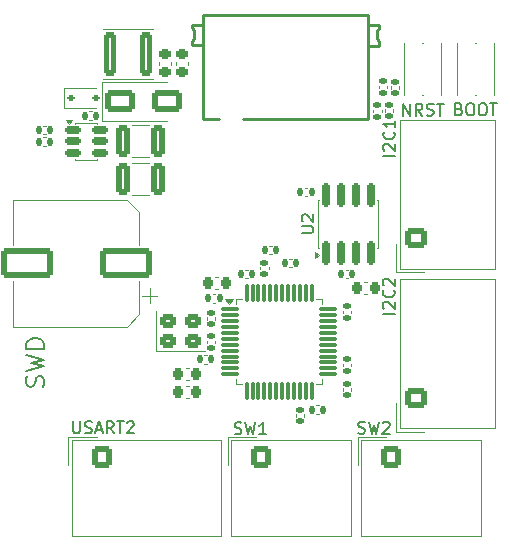
<source format=gbr>
%TF.GenerationSoftware,KiCad,Pcbnew,9.0.5*%
%TF.CreationDate,2025-10-28T15:08:01+09:00*%
%TF.ProjectId,mr2_arm_hw,6d72325f-6172-46d5-9f68-772e6b696361,rev?*%
%TF.SameCoordinates,Original*%
%TF.FileFunction,Legend,Top*%
%TF.FilePolarity,Positive*%
%FSLAX46Y46*%
G04 Gerber Fmt 4.6, Leading zero omitted, Abs format (unit mm)*
G04 Created by KiCad (PCBNEW 9.0.5) date 2025-10-28 15:08:01*
%MOMM*%
%LPD*%
G01*
G04 APERTURE LIST*
G04 Aperture macros list*
%AMRoundRect*
0 Rectangle with rounded corners*
0 $1 Rounding radius*
0 $2 $3 $4 $5 $6 $7 $8 $9 X,Y pos of 4 corners*
0 Add a 4 corners polygon primitive as box body*
4,1,4,$2,$3,$4,$5,$6,$7,$8,$9,$2,$3,0*
0 Add four circle primitives for the rounded corners*
1,1,$1+$1,$2,$3*
1,1,$1+$1,$4,$5*
1,1,$1+$1,$6,$7*
1,1,$1+$1,$8,$9*
0 Add four rect primitives between the rounded corners*
20,1,$1+$1,$2,$3,$4,$5,0*
20,1,$1+$1,$4,$5,$6,$7,0*
20,1,$1+$1,$6,$7,$8,$9,0*
20,1,$1+$1,$8,$9,$2,$3,0*%
G04 Aperture macros list end*
%ADD10C,0.150000*%
%ADD11C,0.120000*%
%ADD12C,0.254000*%
%ADD13RoundRect,0.140000X-0.170000X0.140000X-0.170000X-0.140000X0.170000X-0.140000X0.170000X0.140000X0*%
%ADD14RoundRect,0.140000X0.140000X0.170000X-0.140000X0.170000X-0.140000X-0.170000X0.140000X-0.170000X0*%
%ADD15RoundRect,0.140000X-0.140000X-0.170000X0.140000X-0.170000X0.140000X0.170000X-0.140000X0.170000X0*%
%ADD16RoundRect,0.140000X0.170000X-0.140000X0.170000X0.140000X-0.170000X0.140000X-0.170000X-0.140000X0*%
%ADD17RoundRect,0.225000X0.225000X0.250000X-0.225000X0.250000X-0.225000X-0.250000X0.225000X-0.250000X0*%
%ADD18RoundRect,0.250000X-0.450000X-0.350000X0.450000X-0.350000X0.450000X0.350000X-0.450000X0.350000X0*%
%ADD19RoundRect,0.250000X0.675000X-0.600000X0.675000X0.600000X-0.675000X0.600000X-0.675000X-0.600000X0*%
%ADD20O,1.850000X1.700000*%
%ADD21RoundRect,0.250000X0.325000X1.100000X-0.325000X1.100000X-0.325000X-1.100000X0.325000X-1.100000X0*%
%ADD22RoundRect,0.250000X1.950000X1.000000X-1.950000X1.000000X-1.950000X-1.000000X1.950000X-1.000000X0*%
%ADD23R,1.000000X0.900000*%
%ADD24RoundRect,0.250000X-0.300000X-1.600000X0.300000X-1.600000X0.300000X1.600000X-0.300000X1.600000X0*%
%ADD25RoundRect,0.150000X0.150000X-0.825000X0.150000X0.825000X-0.150000X0.825000X-0.150000X-0.825000X0*%
%ADD26RoundRect,0.150000X-0.512500X-0.150000X0.512500X-0.150000X0.512500X0.150000X-0.512500X0.150000X0*%
%ADD27RoundRect,0.225000X-0.250000X0.225000X-0.250000X-0.225000X0.250000X-0.225000X0.250000X0.225000X0*%
%ADD28RoundRect,0.112500X-0.187500X-0.112500X0.187500X-0.112500X0.187500X0.112500X-0.187500X0.112500X0*%
%ADD29RoundRect,0.250000X-0.600000X-0.675000X0.600000X-0.675000X0.600000X0.675000X-0.600000X0.675000X0*%
%ADD30O,1.700000X1.850000*%
%ADD31RoundRect,0.250000X-1.000000X-0.650000X1.000000X-0.650000X1.000000X0.650000X-1.000000X0.650000X0*%
%ADD32RoundRect,0.225000X-0.225000X-0.250000X0.225000X-0.250000X0.225000X0.250000X-0.225000X0.250000X0*%
%ADD33C,2.800000*%
%ADD34C,1.524000*%
%ADD35RoundRect,0.075000X-0.662500X-0.075000X0.662500X-0.075000X0.662500X0.075000X-0.662500X0.075000X0*%
%ADD36RoundRect,0.075000X-0.075000X-0.662500X0.075000X-0.662500X0.075000X0.662500X-0.075000X0.662500X0*%
%ADD37C,2.374900*%
%ADD38C,0.990600*%
G04 APERTURE END LIST*
D10*
X128712200Y-114340601D02*
X128783628Y-114126316D01*
X128783628Y-114126316D02*
X128783628Y-113769173D01*
X128783628Y-113769173D02*
X128712200Y-113626316D01*
X128712200Y-113626316D02*
X128640771Y-113554887D01*
X128640771Y-113554887D02*
X128497914Y-113483458D01*
X128497914Y-113483458D02*
X128355057Y-113483458D01*
X128355057Y-113483458D02*
X128212200Y-113554887D01*
X128212200Y-113554887D02*
X128140771Y-113626316D01*
X128140771Y-113626316D02*
X128069342Y-113769173D01*
X128069342Y-113769173D02*
X127997914Y-114054887D01*
X127997914Y-114054887D02*
X127926485Y-114197744D01*
X127926485Y-114197744D02*
X127855057Y-114269173D01*
X127855057Y-114269173D02*
X127712200Y-114340601D01*
X127712200Y-114340601D02*
X127569342Y-114340601D01*
X127569342Y-114340601D02*
X127426485Y-114269173D01*
X127426485Y-114269173D02*
X127355057Y-114197744D01*
X127355057Y-114197744D02*
X127283628Y-114054887D01*
X127283628Y-114054887D02*
X127283628Y-113697744D01*
X127283628Y-113697744D02*
X127355057Y-113483458D01*
X127283628Y-112983459D02*
X128783628Y-112626316D01*
X128783628Y-112626316D02*
X127712200Y-112340602D01*
X127712200Y-112340602D02*
X128783628Y-112054887D01*
X128783628Y-112054887D02*
X127283628Y-111697745D01*
X128783628Y-111126316D02*
X127283628Y-111126316D01*
X127283628Y-111126316D02*
X127283628Y-110769173D01*
X127283628Y-110769173D02*
X127355057Y-110554887D01*
X127355057Y-110554887D02*
X127497914Y-110412030D01*
X127497914Y-110412030D02*
X127640771Y-110340601D01*
X127640771Y-110340601D02*
X127926485Y-110269173D01*
X127926485Y-110269173D02*
X128140771Y-110269173D01*
X128140771Y-110269173D02*
X128426485Y-110340601D01*
X128426485Y-110340601D02*
X128569342Y-110412030D01*
X128569342Y-110412030D02*
X128712200Y-110554887D01*
X128712200Y-110554887D02*
X128783628Y-110769173D01*
X128783628Y-110769173D02*
X128783628Y-111126316D01*
X155364160Y-118282798D02*
X155507017Y-118330417D01*
X155507017Y-118330417D02*
X155745112Y-118330417D01*
X155745112Y-118330417D02*
X155840350Y-118282798D01*
X155840350Y-118282798D02*
X155887969Y-118235178D01*
X155887969Y-118235178D02*
X155935588Y-118139940D01*
X155935588Y-118139940D02*
X155935588Y-118044702D01*
X155935588Y-118044702D02*
X155887969Y-117949464D01*
X155887969Y-117949464D02*
X155840350Y-117901845D01*
X155840350Y-117901845D02*
X155745112Y-117854226D01*
X155745112Y-117854226D02*
X155554636Y-117806607D01*
X155554636Y-117806607D02*
X155459398Y-117758988D01*
X155459398Y-117758988D02*
X155411779Y-117711369D01*
X155411779Y-117711369D02*
X155364160Y-117616131D01*
X155364160Y-117616131D02*
X155364160Y-117520893D01*
X155364160Y-117520893D02*
X155411779Y-117425655D01*
X155411779Y-117425655D02*
X155459398Y-117378036D01*
X155459398Y-117378036D02*
X155554636Y-117330417D01*
X155554636Y-117330417D02*
X155792731Y-117330417D01*
X155792731Y-117330417D02*
X155935588Y-117378036D01*
X156268922Y-117330417D02*
X156507017Y-118330417D01*
X156507017Y-118330417D02*
X156697493Y-117616131D01*
X156697493Y-117616131D02*
X156887969Y-118330417D01*
X156887969Y-118330417D02*
X157126065Y-117330417D01*
X157459398Y-117425655D02*
X157507017Y-117378036D01*
X157507017Y-117378036D02*
X157602255Y-117330417D01*
X157602255Y-117330417D02*
X157840350Y-117330417D01*
X157840350Y-117330417D02*
X157935588Y-117378036D01*
X157935588Y-117378036D02*
X157983207Y-117425655D01*
X157983207Y-117425655D02*
X158030826Y-117520893D01*
X158030826Y-117520893D02*
X158030826Y-117616131D01*
X158030826Y-117616131D02*
X157983207Y-117758988D01*
X157983207Y-117758988D02*
X157411779Y-118330417D01*
X157411779Y-118330417D02*
X158030826Y-118330417D01*
X159186779Y-91394819D02*
X159186779Y-90394819D01*
X159186779Y-90394819D02*
X159758207Y-91394819D01*
X159758207Y-91394819D02*
X159758207Y-90394819D01*
X160805826Y-91394819D02*
X160472493Y-90918628D01*
X160234398Y-91394819D02*
X160234398Y-90394819D01*
X160234398Y-90394819D02*
X160615350Y-90394819D01*
X160615350Y-90394819D02*
X160710588Y-90442438D01*
X160710588Y-90442438D02*
X160758207Y-90490057D01*
X160758207Y-90490057D02*
X160805826Y-90585295D01*
X160805826Y-90585295D02*
X160805826Y-90728152D01*
X160805826Y-90728152D02*
X160758207Y-90823390D01*
X160758207Y-90823390D02*
X160710588Y-90871009D01*
X160710588Y-90871009D02*
X160615350Y-90918628D01*
X160615350Y-90918628D02*
X160234398Y-90918628D01*
X161186779Y-91347200D02*
X161329636Y-91394819D01*
X161329636Y-91394819D02*
X161567731Y-91394819D01*
X161567731Y-91394819D02*
X161662969Y-91347200D01*
X161662969Y-91347200D02*
X161710588Y-91299580D01*
X161710588Y-91299580D02*
X161758207Y-91204342D01*
X161758207Y-91204342D02*
X161758207Y-91109104D01*
X161758207Y-91109104D02*
X161710588Y-91013866D01*
X161710588Y-91013866D02*
X161662969Y-90966247D01*
X161662969Y-90966247D02*
X161567731Y-90918628D01*
X161567731Y-90918628D02*
X161377255Y-90871009D01*
X161377255Y-90871009D02*
X161282017Y-90823390D01*
X161282017Y-90823390D02*
X161234398Y-90775771D01*
X161234398Y-90775771D02*
X161186779Y-90680533D01*
X161186779Y-90680533D02*
X161186779Y-90585295D01*
X161186779Y-90585295D02*
X161234398Y-90490057D01*
X161234398Y-90490057D02*
X161282017Y-90442438D01*
X161282017Y-90442438D02*
X161377255Y-90394819D01*
X161377255Y-90394819D02*
X161615350Y-90394819D01*
X161615350Y-90394819D02*
X161758207Y-90442438D01*
X162043922Y-90394819D02*
X162615350Y-90394819D01*
X162329636Y-91394819D02*
X162329636Y-90394819D01*
X158494819Y-94788220D02*
X157494819Y-94788220D01*
X157590057Y-94359649D02*
X157542438Y-94312030D01*
X157542438Y-94312030D02*
X157494819Y-94216792D01*
X157494819Y-94216792D02*
X157494819Y-93978697D01*
X157494819Y-93978697D02*
X157542438Y-93883459D01*
X157542438Y-93883459D02*
X157590057Y-93835840D01*
X157590057Y-93835840D02*
X157685295Y-93788221D01*
X157685295Y-93788221D02*
X157780533Y-93788221D01*
X157780533Y-93788221D02*
X157923390Y-93835840D01*
X157923390Y-93835840D02*
X158494819Y-94407268D01*
X158494819Y-94407268D02*
X158494819Y-93788221D01*
X158399580Y-92788221D02*
X158447200Y-92835840D01*
X158447200Y-92835840D02*
X158494819Y-92978697D01*
X158494819Y-92978697D02*
X158494819Y-93073935D01*
X158494819Y-93073935D02*
X158447200Y-93216792D01*
X158447200Y-93216792D02*
X158351961Y-93312030D01*
X158351961Y-93312030D02*
X158256723Y-93359649D01*
X158256723Y-93359649D02*
X158066247Y-93407268D01*
X158066247Y-93407268D02*
X157923390Y-93407268D01*
X157923390Y-93407268D02*
X157732914Y-93359649D01*
X157732914Y-93359649D02*
X157637676Y-93312030D01*
X157637676Y-93312030D02*
X157542438Y-93216792D01*
X157542438Y-93216792D02*
X157494819Y-93073935D01*
X157494819Y-93073935D02*
X157494819Y-92978697D01*
X157494819Y-92978697D02*
X157542438Y-92835840D01*
X157542438Y-92835840D02*
X157590057Y-92788221D01*
X158494819Y-91835840D02*
X158494819Y-92407268D01*
X158494819Y-92121554D02*
X157494819Y-92121554D01*
X157494819Y-92121554D02*
X157637676Y-92216792D01*
X157637676Y-92216792D02*
X157732914Y-92312030D01*
X157732914Y-92312030D02*
X157780533Y-92407268D01*
X144910336Y-118316651D02*
X145053193Y-118364270D01*
X145053193Y-118364270D02*
X145291288Y-118364270D01*
X145291288Y-118364270D02*
X145386526Y-118316651D01*
X145386526Y-118316651D02*
X145434145Y-118269031D01*
X145434145Y-118269031D02*
X145481764Y-118173793D01*
X145481764Y-118173793D02*
X145481764Y-118078555D01*
X145481764Y-118078555D02*
X145434145Y-117983317D01*
X145434145Y-117983317D02*
X145386526Y-117935698D01*
X145386526Y-117935698D02*
X145291288Y-117888079D01*
X145291288Y-117888079D02*
X145100812Y-117840460D01*
X145100812Y-117840460D02*
X145005574Y-117792841D01*
X145005574Y-117792841D02*
X144957955Y-117745222D01*
X144957955Y-117745222D02*
X144910336Y-117649984D01*
X144910336Y-117649984D02*
X144910336Y-117554746D01*
X144910336Y-117554746D02*
X144957955Y-117459508D01*
X144957955Y-117459508D02*
X145005574Y-117411889D01*
X145005574Y-117411889D02*
X145100812Y-117364270D01*
X145100812Y-117364270D02*
X145338907Y-117364270D01*
X145338907Y-117364270D02*
X145481764Y-117411889D01*
X145815098Y-117364270D02*
X146053193Y-118364270D01*
X146053193Y-118364270D02*
X146243669Y-117649984D01*
X146243669Y-117649984D02*
X146434145Y-118364270D01*
X146434145Y-118364270D02*
X146672241Y-117364270D01*
X147577002Y-118364270D02*
X147005574Y-118364270D01*
X147291288Y-118364270D02*
X147291288Y-117364270D01*
X147291288Y-117364270D02*
X147196050Y-117507127D01*
X147196050Y-117507127D02*
X147100812Y-117602365D01*
X147100812Y-117602365D02*
X147005574Y-117649984D01*
X158469819Y-108163220D02*
X157469819Y-108163220D01*
X157565057Y-107734649D02*
X157517438Y-107687030D01*
X157517438Y-107687030D02*
X157469819Y-107591792D01*
X157469819Y-107591792D02*
X157469819Y-107353697D01*
X157469819Y-107353697D02*
X157517438Y-107258459D01*
X157517438Y-107258459D02*
X157565057Y-107210840D01*
X157565057Y-107210840D02*
X157660295Y-107163221D01*
X157660295Y-107163221D02*
X157755533Y-107163221D01*
X157755533Y-107163221D02*
X157898390Y-107210840D01*
X157898390Y-107210840D02*
X158469819Y-107782268D01*
X158469819Y-107782268D02*
X158469819Y-107163221D01*
X158374580Y-106163221D02*
X158422200Y-106210840D01*
X158422200Y-106210840D02*
X158469819Y-106353697D01*
X158469819Y-106353697D02*
X158469819Y-106448935D01*
X158469819Y-106448935D02*
X158422200Y-106591792D01*
X158422200Y-106591792D02*
X158326961Y-106687030D01*
X158326961Y-106687030D02*
X158231723Y-106734649D01*
X158231723Y-106734649D02*
X158041247Y-106782268D01*
X158041247Y-106782268D02*
X157898390Y-106782268D01*
X157898390Y-106782268D02*
X157707914Y-106734649D01*
X157707914Y-106734649D02*
X157612676Y-106687030D01*
X157612676Y-106687030D02*
X157517438Y-106591792D01*
X157517438Y-106591792D02*
X157469819Y-106448935D01*
X157469819Y-106448935D02*
X157469819Y-106353697D01*
X157469819Y-106353697D02*
X157517438Y-106210840D01*
X157517438Y-106210840D02*
X157565057Y-106163221D01*
X157565057Y-105782268D02*
X157517438Y-105734649D01*
X157517438Y-105734649D02*
X157469819Y-105639411D01*
X157469819Y-105639411D02*
X157469819Y-105401316D01*
X157469819Y-105401316D02*
X157517438Y-105306078D01*
X157517438Y-105306078D02*
X157565057Y-105258459D01*
X157565057Y-105258459D02*
X157660295Y-105210840D01*
X157660295Y-105210840D02*
X157755533Y-105210840D01*
X157755533Y-105210840D02*
X157898390Y-105258459D01*
X157898390Y-105258459D02*
X158469819Y-105829887D01*
X158469819Y-105829887D02*
X158469819Y-105210840D01*
X131240955Y-117291884D02*
X131240955Y-118101407D01*
X131240955Y-118101407D02*
X131288574Y-118196645D01*
X131288574Y-118196645D02*
X131336193Y-118244265D01*
X131336193Y-118244265D02*
X131431431Y-118291884D01*
X131431431Y-118291884D02*
X131621907Y-118291884D01*
X131621907Y-118291884D02*
X131717145Y-118244265D01*
X131717145Y-118244265D02*
X131764764Y-118196645D01*
X131764764Y-118196645D02*
X131812383Y-118101407D01*
X131812383Y-118101407D02*
X131812383Y-117291884D01*
X132240955Y-118244265D02*
X132383812Y-118291884D01*
X132383812Y-118291884D02*
X132621907Y-118291884D01*
X132621907Y-118291884D02*
X132717145Y-118244265D01*
X132717145Y-118244265D02*
X132764764Y-118196645D01*
X132764764Y-118196645D02*
X132812383Y-118101407D01*
X132812383Y-118101407D02*
X132812383Y-118006169D01*
X132812383Y-118006169D02*
X132764764Y-117910931D01*
X132764764Y-117910931D02*
X132717145Y-117863312D01*
X132717145Y-117863312D02*
X132621907Y-117815693D01*
X132621907Y-117815693D02*
X132431431Y-117768074D01*
X132431431Y-117768074D02*
X132336193Y-117720455D01*
X132336193Y-117720455D02*
X132288574Y-117672836D01*
X132288574Y-117672836D02*
X132240955Y-117577598D01*
X132240955Y-117577598D02*
X132240955Y-117482360D01*
X132240955Y-117482360D02*
X132288574Y-117387122D01*
X132288574Y-117387122D02*
X132336193Y-117339503D01*
X132336193Y-117339503D02*
X132431431Y-117291884D01*
X132431431Y-117291884D02*
X132669526Y-117291884D01*
X132669526Y-117291884D02*
X132812383Y-117339503D01*
X133193336Y-118006169D02*
X133669526Y-118006169D01*
X133098098Y-118291884D02*
X133431431Y-117291884D01*
X133431431Y-117291884D02*
X133764764Y-118291884D01*
X134669526Y-118291884D02*
X134336193Y-117815693D01*
X134098098Y-118291884D02*
X134098098Y-117291884D01*
X134098098Y-117291884D02*
X134479050Y-117291884D01*
X134479050Y-117291884D02*
X134574288Y-117339503D01*
X134574288Y-117339503D02*
X134621907Y-117387122D01*
X134621907Y-117387122D02*
X134669526Y-117482360D01*
X134669526Y-117482360D02*
X134669526Y-117625217D01*
X134669526Y-117625217D02*
X134621907Y-117720455D01*
X134621907Y-117720455D02*
X134574288Y-117768074D01*
X134574288Y-117768074D02*
X134479050Y-117815693D01*
X134479050Y-117815693D02*
X134098098Y-117815693D01*
X134955241Y-117291884D02*
X135526669Y-117291884D01*
X135240955Y-118291884D02*
X135240955Y-117291884D01*
X135812384Y-117387122D02*
X135860003Y-117339503D01*
X135860003Y-117339503D02*
X135955241Y-117291884D01*
X135955241Y-117291884D02*
X136193336Y-117291884D01*
X136193336Y-117291884D02*
X136288574Y-117339503D01*
X136288574Y-117339503D02*
X136336193Y-117387122D01*
X136336193Y-117387122D02*
X136383812Y-117482360D01*
X136383812Y-117482360D02*
X136383812Y-117577598D01*
X136383812Y-117577598D02*
X136336193Y-117720455D01*
X136336193Y-117720455D02*
X135764765Y-118291884D01*
X135764765Y-118291884D02*
X136383812Y-118291884D01*
X163920112Y-90846009D02*
X164062969Y-90893628D01*
X164062969Y-90893628D02*
X164110588Y-90941247D01*
X164110588Y-90941247D02*
X164158207Y-91036485D01*
X164158207Y-91036485D02*
X164158207Y-91179342D01*
X164158207Y-91179342D02*
X164110588Y-91274580D01*
X164110588Y-91274580D02*
X164062969Y-91322200D01*
X164062969Y-91322200D02*
X163967731Y-91369819D01*
X163967731Y-91369819D02*
X163586779Y-91369819D01*
X163586779Y-91369819D02*
X163586779Y-90369819D01*
X163586779Y-90369819D02*
X163920112Y-90369819D01*
X163920112Y-90369819D02*
X164015350Y-90417438D01*
X164015350Y-90417438D02*
X164062969Y-90465057D01*
X164062969Y-90465057D02*
X164110588Y-90560295D01*
X164110588Y-90560295D02*
X164110588Y-90655533D01*
X164110588Y-90655533D02*
X164062969Y-90750771D01*
X164062969Y-90750771D02*
X164015350Y-90798390D01*
X164015350Y-90798390D02*
X163920112Y-90846009D01*
X163920112Y-90846009D02*
X163586779Y-90846009D01*
X164777255Y-90369819D02*
X164967731Y-90369819D01*
X164967731Y-90369819D02*
X165062969Y-90417438D01*
X165062969Y-90417438D02*
X165158207Y-90512676D01*
X165158207Y-90512676D02*
X165205826Y-90703152D01*
X165205826Y-90703152D02*
X165205826Y-91036485D01*
X165205826Y-91036485D02*
X165158207Y-91226961D01*
X165158207Y-91226961D02*
X165062969Y-91322200D01*
X165062969Y-91322200D02*
X164967731Y-91369819D01*
X164967731Y-91369819D02*
X164777255Y-91369819D01*
X164777255Y-91369819D02*
X164682017Y-91322200D01*
X164682017Y-91322200D02*
X164586779Y-91226961D01*
X164586779Y-91226961D02*
X164539160Y-91036485D01*
X164539160Y-91036485D02*
X164539160Y-90703152D01*
X164539160Y-90703152D02*
X164586779Y-90512676D01*
X164586779Y-90512676D02*
X164682017Y-90417438D01*
X164682017Y-90417438D02*
X164777255Y-90369819D01*
X165824874Y-90369819D02*
X166015350Y-90369819D01*
X166015350Y-90369819D02*
X166110588Y-90417438D01*
X166110588Y-90417438D02*
X166205826Y-90512676D01*
X166205826Y-90512676D02*
X166253445Y-90703152D01*
X166253445Y-90703152D02*
X166253445Y-91036485D01*
X166253445Y-91036485D02*
X166205826Y-91226961D01*
X166205826Y-91226961D02*
X166110588Y-91322200D01*
X166110588Y-91322200D02*
X166015350Y-91369819D01*
X166015350Y-91369819D02*
X165824874Y-91369819D01*
X165824874Y-91369819D02*
X165729636Y-91322200D01*
X165729636Y-91322200D02*
X165634398Y-91226961D01*
X165634398Y-91226961D02*
X165586779Y-91036485D01*
X165586779Y-91036485D02*
X165586779Y-90703152D01*
X165586779Y-90703152D02*
X165634398Y-90512676D01*
X165634398Y-90512676D02*
X165729636Y-90417438D01*
X165729636Y-90417438D02*
X165824874Y-90369819D01*
X166539160Y-90369819D02*
X167110588Y-90369819D01*
X166824874Y-91369819D02*
X166824874Y-90369819D01*
X150583269Y-101337683D02*
X151392792Y-101337683D01*
X151392792Y-101337683D02*
X151488030Y-101290064D01*
X151488030Y-101290064D02*
X151535650Y-101242445D01*
X151535650Y-101242445D02*
X151583269Y-101147207D01*
X151583269Y-101147207D02*
X151583269Y-100956731D01*
X151583269Y-100956731D02*
X151535650Y-100861493D01*
X151535650Y-100861493D02*
X151488030Y-100813874D01*
X151488030Y-100813874D02*
X151392792Y-100766255D01*
X151392792Y-100766255D02*
X150583269Y-100766255D01*
X150678507Y-100337683D02*
X150630888Y-100290064D01*
X150630888Y-100290064D02*
X150583269Y-100194826D01*
X150583269Y-100194826D02*
X150583269Y-99956731D01*
X150583269Y-99956731D02*
X150630888Y-99861493D01*
X150630888Y-99861493D02*
X150678507Y-99813874D01*
X150678507Y-99813874D02*
X150773745Y-99766255D01*
X150773745Y-99766255D02*
X150868983Y-99766255D01*
X150868983Y-99766255D02*
X151011840Y-99813874D01*
X151011840Y-99813874D02*
X151583269Y-100385302D01*
X151583269Y-100385302D02*
X151583269Y-99766255D01*
D11*
%TO.C,R4*%
X154073450Y-114462943D02*
X154073450Y-114678615D01*
X154793450Y-114462943D02*
X154793450Y-114678615D01*
%TO.C,C6*%
X142561286Y-111690779D02*
X142345614Y-111690779D01*
X142561286Y-112410779D02*
X142345614Y-112410779D01*
%TO.C,C13*%
X146041286Y-104440779D02*
X145825614Y-104440779D01*
X146041286Y-105160779D02*
X145825614Y-105160779D01*
%TO.C,R2*%
X128712164Y-93240000D02*
X128927836Y-93240000D01*
X128712164Y-93960000D02*
X128927836Y-93960000D01*
%TO.C,C12*%
X154073450Y-108138615D02*
X154073450Y-107922943D01*
X154793450Y-108138615D02*
X154793450Y-107922943D01*
%TO.C,C15*%
X156640000Y-91107836D02*
X156640000Y-90892164D01*
X157360000Y-91107836D02*
X157360000Y-90892164D01*
%TO.C,C5*%
X141049030Y-112790779D02*
X140767870Y-112790779D01*
X141049030Y-113810779D02*
X140767870Y-113810779D01*
%TO.C,Y1*%
X138273450Y-107940779D02*
X138273450Y-111360779D01*
X138273450Y-111360779D02*
X142393450Y-111360779D01*
%TO.C,J3*%
X158578450Y-104660779D02*
X158578450Y-102250779D01*
X158878450Y-91740779D02*
X158878450Y-104360779D01*
X158878450Y-104360779D02*
X166998450Y-104360779D01*
X160988450Y-104660779D02*
X158578450Y-104660779D01*
X166998450Y-91740779D02*
X158878450Y-91740779D01*
X166998450Y-104360779D02*
X166998450Y-91740779D01*
%TO.C,C3*%
X137686252Y-95440000D02*
X136263748Y-95440000D01*
X137686252Y-98160000D02*
X136263748Y-98160000D01*
%TO.C,J4*%
X158578450Y-118160779D02*
X158578450Y-115750779D01*
X158878450Y-105240779D02*
X158878450Y-117860779D01*
X158878450Y-117860779D02*
X166998450Y-117860779D01*
X160988450Y-118160779D02*
X158578450Y-118160779D01*
X166998450Y-105240779D02*
X158878450Y-105240779D01*
X166998450Y-117860779D02*
X166998450Y-105240779D01*
%TO.C,C11*%
X151845614Y-115940779D02*
X152061286Y-115940779D01*
X151845614Y-116660779D02*
X152061286Y-116660779D01*
%TO.C,C2*%
X137686252Y-92215000D02*
X136263748Y-92215000D01*
X137686252Y-94935000D02*
X136263748Y-94935000D01*
%TO.C,C10*%
X143055614Y-106515779D02*
X143271286Y-106515779D01*
X143055614Y-107235779D02*
X143271286Y-107235779D01*
%TO.C,C1*%
X138350000Y-106660000D02*
X137100000Y-106660000D01*
X137725000Y-107285000D02*
X137725000Y-106035000D01*
X136860000Y-108195563D02*
X136860000Y-105410000D01*
X136860000Y-108195563D02*
X135795563Y-109260000D01*
X136860000Y-99604437D02*
X136860000Y-102390000D01*
X136860000Y-99604437D02*
X135795563Y-98540000D01*
X135795563Y-109260000D02*
X126140000Y-109260000D01*
X135795563Y-98540000D02*
X126140000Y-98540000D01*
X126140000Y-109260000D02*
X126140000Y-105410000D01*
X126140000Y-98540000D02*
X126140000Y-102390000D01*
%TO.C,R3*%
X149555614Y-103515779D02*
X149771286Y-103515779D01*
X149555614Y-104235779D02*
X149771286Y-104235779D01*
%TO.C,SW1*%
X159250000Y-85250000D02*
X159250000Y-89650000D01*
X160850000Y-85250000D02*
X160750000Y-85250000D01*
X160850000Y-89650000D02*
X160750000Y-89650000D01*
X162350000Y-89650000D02*
X162350000Y-85250000D01*
%TO.C,SW2*%
X163750000Y-85250000D02*
X163750000Y-89650000D01*
X165350000Y-85250000D02*
X165250000Y-85250000D01*
X165350000Y-89650000D02*
X165250000Y-89650000D01*
X166850000Y-89650000D02*
X166850000Y-85250000D01*
%TO.C,FB1*%
X141049030Y-114290779D02*
X140767870Y-114290779D01*
X141049030Y-115310779D02*
X140767870Y-115310779D01*
%TO.C,L1*%
X133790000Y-84090000D02*
X138010000Y-84090000D01*
X138010000Y-88310000D02*
X133790000Y-88310000D01*
%TO.C,R9*%
X151061286Y-97515779D02*
X150845614Y-97515779D01*
X151061286Y-98235779D02*
X150845614Y-98235779D01*
%TO.C,R8*%
X157640000Y-90872164D02*
X157640000Y-91087836D01*
X158360000Y-90872164D02*
X158360000Y-91087836D01*
%TO.C,U2*%
X151968450Y-98515779D02*
X152063450Y-98515779D01*
X151968450Y-102635779D02*
X151968450Y-98515779D01*
X152063450Y-102635779D02*
X151968450Y-102635779D01*
X156993450Y-98515779D02*
X157088450Y-98515779D01*
X157088450Y-98515779D02*
X157088450Y-102635779D01*
X157088450Y-102635779D02*
X156993450Y-102635779D01*
X152058450Y-103175779D02*
X151728450Y-103415779D01*
X151728450Y-102935779D01*
X152058450Y-103175779D01*
G36*
X152058450Y-103175779D02*
G01*
X151728450Y-103415779D01*
X151728450Y-102935779D01*
X152058450Y-103175779D01*
G37*
%TO.C,U1*%
X131440000Y-92027500D02*
X133260000Y-92027500D01*
X131440000Y-92077500D02*
X131440000Y-92027500D01*
X131440000Y-95147500D02*
X131440000Y-95097500D01*
X133260000Y-92027500D02*
X133260000Y-92077500D01*
X133260000Y-95097500D02*
X133260000Y-95147500D01*
X133260000Y-95147500D02*
X131440000Y-95147500D01*
X130900000Y-92077500D02*
X130660000Y-91747500D01*
X131140000Y-91747500D01*
X130900000Y-92077500D01*
G36*
X130900000Y-92077500D02*
G01*
X130660000Y-91747500D01*
X131140000Y-91747500D01*
X130900000Y-92077500D01*
G37*
%TO.C,C7*%
X139990000Y-86834420D02*
X139990000Y-87115580D01*
X141010000Y-86834420D02*
X141010000Y-87115580D01*
%TO.C,C8*%
X138490000Y-86834420D02*
X138490000Y-87115580D01*
X139510000Y-86834420D02*
X139510000Y-87115580D01*
%TO.C,R7*%
X158140000Y-89127836D02*
X158140000Y-88912164D01*
X158860000Y-89127836D02*
X158860000Y-88912164D01*
%TO.C,C19*%
X142573450Y-108678615D02*
X142573450Y-108462943D01*
X143293450Y-108678615D02*
X143293450Y-108462943D01*
%TO.C,R5*%
X147845614Y-102440779D02*
X148061286Y-102440779D01*
X147845614Y-103160779D02*
X148061286Y-103160779D01*
%TO.C,D1*%
X130490000Y-89050000D02*
X130490000Y-90750000D01*
X130490000Y-89050000D02*
X133150000Y-89050000D01*
X130490000Y-90750000D02*
X133150000Y-90750000D01*
%TO.C,J6*%
X155323450Y-118590779D02*
X157733450Y-118590779D01*
X155323450Y-121000779D02*
X155323450Y-118590779D01*
X155623450Y-118890779D02*
X155623450Y-127010779D01*
X155623450Y-127010779D02*
X165743450Y-127010779D01*
X165743450Y-118890779D02*
X155623450Y-118890779D01*
X165743450Y-127010779D02*
X165743450Y-118890779D01*
%TO.C,C4*%
X132612164Y-91040000D02*
X132827836Y-91040000D01*
X132612164Y-91760000D02*
X132827836Y-91760000D01*
%TO.C,D2*%
X133690000Y-88550000D02*
X133690000Y-91850000D01*
X133690000Y-88550000D02*
X139200000Y-88550000D01*
X133690000Y-91850000D02*
X139200000Y-91850000D01*
%TO.C,C16*%
X155884420Y-105490000D02*
X156165580Y-105490000D01*
X155884420Y-106510000D02*
X156165580Y-106510000D01*
%TO.C,C18*%
X142573450Y-110462943D02*
X142573450Y-110678615D01*
X143293450Y-110462943D02*
X143293450Y-110678615D01*
%TO.C,C14*%
X157140000Y-88872164D02*
X157140000Y-89087836D01*
X157860000Y-88872164D02*
X157860000Y-89087836D01*
D12*
%TO.C,U4*%
X141280000Y-83698500D02*
X142215000Y-83698500D01*
X141280000Y-83968500D02*
X141280000Y-83698500D01*
X141280000Y-85073500D02*
X141480000Y-84873500D01*
X141280000Y-85420000D02*
X141280000Y-85073500D01*
X141480000Y-84168500D02*
X141280000Y-83968500D01*
X141480000Y-84333500D02*
X141480000Y-84168500D01*
X141480000Y-84873500D02*
X141480000Y-84333500D01*
X142200500Y-82849000D02*
X156201000Y-82849000D01*
X142200500Y-91650000D02*
X142200500Y-82849000D01*
X142200500Y-91650000D02*
X143623500Y-91650000D01*
X142215000Y-85420000D02*
X141280000Y-85420000D01*
X146396500Y-91650000D02*
X145646500Y-91650000D01*
X146396500Y-91650000D02*
X156190000Y-91650000D01*
X156200000Y-85466500D02*
X157135000Y-85466500D01*
X156201000Y-82849000D02*
X156201000Y-91650000D01*
X156935000Y-84215000D02*
X157135000Y-84015000D01*
X156935000Y-84380000D02*
X156935000Y-84215000D01*
X156935000Y-84920000D02*
X156935000Y-84380000D01*
X157135000Y-83745000D02*
X156200000Y-83745000D01*
X157135000Y-84015000D02*
X157135000Y-83745000D01*
X157135000Y-85120000D02*
X156935000Y-84920000D01*
X157135000Y-85466500D02*
X157135000Y-85120000D01*
D11*
%TO.C,C9*%
X143267870Y-105040779D02*
X143549030Y-105040779D01*
X143267870Y-106060779D02*
X143549030Y-106060779D01*
%TO.C,R6*%
X154073450Y-112422943D02*
X154073450Y-112638615D01*
X154793450Y-112422943D02*
X154793450Y-112638615D01*
%TO.C,U3*%
X145073450Y-106940779D02*
X145523450Y-106940779D01*
X145073450Y-107390779D02*
X145073450Y-106940779D01*
X145073450Y-114160779D02*
X145073450Y-113710779D01*
X145523450Y-114160779D02*
X145073450Y-114160779D01*
X151843450Y-106940779D02*
X152293450Y-106940779D01*
X152293450Y-106940779D02*
X152293450Y-107390779D01*
X152293450Y-113710779D02*
X152293450Y-114160779D01*
X152293450Y-114160779D02*
X151843450Y-114160779D01*
X144433450Y-107390779D02*
X144093450Y-106920779D01*
X144773450Y-106920779D01*
X144433450Y-107390779D01*
G36*
X144433450Y-107390779D02*
G01*
X144093450Y-106920779D01*
X144773450Y-106920779D01*
X144433450Y-107390779D01*
G37*
%TO.C,C20*%
X150073450Y-116888615D02*
X150073450Y-116672943D01*
X150793450Y-116888615D02*
X150793450Y-116672943D01*
%TO.C,J5*%
X144323450Y-118590779D02*
X146733450Y-118590779D01*
X144323450Y-121000779D02*
X144323450Y-118590779D01*
X144623450Y-118890779D02*
X144623450Y-127010779D01*
X144623450Y-127010779D02*
X154743450Y-127010779D01*
X154743450Y-118890779D02*
X144623450Y-118890779D01*
X154743450Y-127010779D02*
X154743450Y-118890779D01*
%TO.C,R1*%
X128927836Y-92240000D02*
X128712164Y-92240000D01*
X128927836Y-92960000D02*
X128712164Y-92960000D01*
%TO.C,C21*%
X147073450Y-104212943D02*
X147073450Y-104428615D01*
X147793450Y-104212943D02*
X147793450Y-104428615D01*
%TO.C,C17*%
X154521286Y-104440779D02*
X154305614Y-104440779D01*
X154521286Y-105160779D02*
X154305614Y-105160779D01*
%TO.C,J2*%
X130823450Y-118590779D02*
X133233450Y-118590779D01*
X130823450Y-121000779D02*
X130823450Y-118590779D01*
X131123450Y-118890779D02*
X131123450Y-127010779D01*
X131123450Y-127010779D02*
X143743450Y-127010779D01*
X143743450Y-118890779D02*
X131123450Y-118890779D01*
X143743450Y-127010779D02*
X143743450Y-118890779D01*
%TD*%
%LPC*%
D13*
%TO.C,R4*%
X154433450Y-114090779D03*
X154433450Y-115050779D03*
%TD*%
D14*
%TO.C,C6*%
X142933450Y-112050779D03*
X141973450Y-112050779D03*
%TD*%
%TO.C,C13*%
X146413450Y-104800779D03*
X145453450Y-104800779D03*
%TD*%
D15*
%TO.C,R2*%
X128340000Y-93600000D03*
X129300000Y-93600000D03*
%TD*%
D16*
%TO.C,C12*%
X154433450Y-108510779D03*
X154433450Y-107550779D03*
%TD*%
%TO.C,C15*%
X157000000Y-91480000D03*
X157000000Y-90520000D03*
%TD*%
D17*
%TO.C,C5*%
X141683450Y-113300779D03*
X140133450Y-113300779D03*
%TD*%
D18*
%TO.C,Y1*%
X139233450Y-110500779D03*
X141433450Y-110500779D03*
X141433450Y-108800779D03*
X139233450Y-108800779D03*
%TD*%
D19*
%TO.C,J3*%
X160288450Y-101800779D03*
D20*
X160288450Y-99300779D03*
X160288450Y-96800779D03*
X160288450Y-94300779D03*
%TD*%
D21*
%TO.C,C3*%
X138450000Y-96800000D03*
X135500000Y-96800000D03*
%TD*%
D19*
%TO.C,J4*%
X160288450Y-115300779D03*
D20*
X160288450Y-112800779D03*
X160288450Y-110300779D03*
X160288450Y-107800779D03*
%TD*%
D15*
%TO.C,C11*%
X151473450Y-116300779D03*
X152433450Y-116300779D03*
%TD*%
D21*
%TO.C,C2*%
X138450000Y-93575000D03*
X135500000Y-93575000D03*
%TD*%
D15*
%TO.C,C10*%
X142683450Y-106875779D03*
X143643450Y-106875779D03*
%TD*%
D22*
%TO.C,C1*%
X135700000Y-103900000D03*
X127300000Y-103900000D03*
%TD*%
D15*
%TO.C,R3*%
X149183450Y-103875779D03*
X150143450Y-103875779D03*
%TD*%
D23*
%TO.C,SW1*%
X160000000Y-89500000D03*
X160000000Y-85400000D03*
X161600000Y-89500000D03*
X161600000Y-85400000D03*
%TD*%
%TO.C,SW2*%
X164500000Y-89500000D03*
X164500000Y-85400000D03*
X166100000Y-89500000D03*
X166100000Y-85400000D03*
%TD*%
D17*
%TO.C,FB1*%
X141683450Y-114800779D03*
X140133450Y-114800779D03*
%TD*%
D24*
%TO.C,L1*%
X134400000Y-86200000D03*
X137400000Y-86200000D03*
%TD*%
D14*
%TO.C,R9*%
X151433450Y-97875779D03*
X150473450Y-97875779D03*
%TD*%
D13*
%TO.C,R8*%
X158000000Y-90500000D03*
X158000000Y-91460000D03*
%TD*%
D25*
%TO.C,U2*%
X152623450Y-103050779D03*
X153893450Y-103050779D03*
X155163450Y-103050779D03*
X156433450Y-103050779D03*
X156433450Y-98100779D03*
X155163450Y-98100779D03*
X153893450Y-98100779D03*
X152623450Y-98100779D03*
%TD*%
D26*
%TO.C,U1*%
X131212500Y-92637500D03*
X131212500Y-93587500D03*
X131212500Y-94537500D03*
X133487500Y-94537500D03*
X133487500Y-93587500D03*
X133487500Y-92637500D03*
%TD*%
D27*
%TO.C,C7*%
X140500000Y-86200000D03*
X140500000Y-87750000D03*
%TD*%
%TO.C,C8*%
X139000000Y-86200000D03*
X139000000Y-87750000D03*
%TD*%
D16*
%TO.C,R7*%
X158500000Y-89500000D03*
X158500000Y-88540000D03*
%TD*%
%TO.C,C19*%
X142933450Y-109050779D03*
X142933450Y-108090779D03*
%TD*%
D15*
%TO.C,R5*%
X147473450Y-102800779D03*
X148433450Y-102800779D03*
%TD*%
D28*
%TO.C,D1*%
X131050000Y-89900000D03*
X133150000Y-89900000D03*
%TD*%
D29*
%TO.C,J6*%
X158183450Y-120300779D03*
D30*
X160683450Y-120300779D03*
X163183450Y-120300779D03*
%TD*%
D15*
%TO.C,C4*%
X132240000Y-91400000D03*
X133200000Y-91400000D03*
%TD*%
D31*
%TO.C,D2*%
X135200000Y-90200000D03*
X139200000Y-90200000D03*
%TD*%
D32*
%TO.C,C16*%
X155250000Y-106000000D03*
X156800000Y-106000000D03*
%TD*%
D13*
%TO.C,C18*%
X142933450Y-110090779D03*
X142933450Y-111050779D03*
%TD*%
%TO.C,C14*%
X157500000Y-88500000D03*
X157500000Y-89460000D03*
%TD*%
D33*
%TO.C,U4*%
X153500000Y-94500000D03*
X148420000Y-94500000D03*
D34*
X144570000Y-93270000D03*
X144570000Y-91270000D03*
%TD*%
D32*
%TO.C,C9*%
X142633450Y-105550779D03*
X144183450Y-105550779D03*
%TD*%
D13*
%TO.C,R6*%
X154433450Y-112050779D03*
X154433450Y-113010779D03*
%TD*%
D35*
%TO.C,U3*%
X144520950Y-107800779D03*
X144520950Y-108300779D03*
X144520950Y-108800779D03*
X144520950Y-109300779D03*
X144520950Y-109800779D03*
X144520950Y-110300779D03*
X144520950Y-110800779D03*
X144520950Y-111300779D03*
X144520950Y-111800779D03*
X144520950Y-112300779D03*
X144520950Y-112800779D03*
X144520950Y-113300779D03*
D36*
X145933450Y-114713279D03*
X146433450Y-114713279D03*
X146933450Y-114713279D03*
X147433450Y-114713279D03*
X147933450Y-114713279D03*
X148433450Y-114713279D03*
X148933450Y-114713279D03*
X149433450Y-114713279D03*
X149933450Y-114713279D03*
X150433450Y-114713279D03*
X150933450Y-114713279D03*
X151433450Y-114713279D03*
D35*
X152845950Y-113300779D03*
X152845950Y-112800779D03*
X152845950Y-112300779D03*
X152845950Y-111800779D03*
X152845950Y-111300779D03*
X152845950Y-110800779D03*
X152845950Y-110300779D03*
X152845950Y-109800779D03*
X152845950Y-109300779D03*
X152845950Y-108800779D03*
X152845950Y-108300779D03*
X152845950Y-107800779D03*
D36*
X151433450Y-106388279D03*
X150933450Y-106388279D03*
X150433450Y-106388279D03*
X149933450Y-106388279D03*
X149433450Y-106388279D03*
X148933450Y-106388279D03*
X148433450Y-106388279D03*
X147933450Y-106388279D03*
X147433450Y-106388279D03*
X146933450Y-106388279D03*
X146433450Y-106388279D03*
X145933450Y-106388279D03*
%TD*%
D16*
%TO.C,C20*%
X150433450Y-117260779D03*
X150433450Y-116300779D03*
%TD*%
D29*
%TO.C,J5*%
X147183450Y-120300779D03*
D30*
X149683450Y-120300779D03*
X152183450Y-120300779D03*
%TD*%
D14*
%TO.C,R1*%
X129300000Y-92600000D03*
X128340000Y-92600000D03*
%TD*%
D13*
%TO.C,C21*%
X147433450Y-103840779D03*
X147433450Y-104800779D03*
%TD*%
D14*
%TO.C,C17*%
X154893450Y-104800779D03*
X153933450Y-104800779D03*
%TD*%
D29*
%TO.C,J2*%
X133683450Y-120300779D03*
D30*
X136183450Y-120300779D03*
X138683450Y-120300779D03*
X141183450Y-120300779D03*
%TD*%
D37*
%TO.C,J1*%
X130683450Y-115125779D03*
D38*
X133223450Y-115125779D03*
D37*
X135763450Y-115125779D03*
X130683450Y-111950779D03*
X135763450Y-111950779D03*
D38*
X132207450Y-110045779D03*
X134239450Y-110045779D03*
%TD*%
%LPD*%
M02*

</source>
